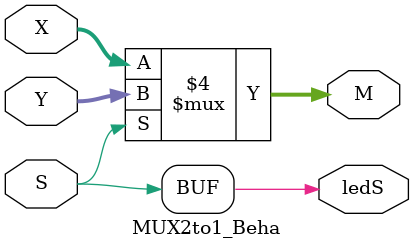
<source format=v>
module MUX2to1_Beha (X, Y, S, ledS, M);
	input [3:0] X;
	input [3:0] Y;
   input S;
	
	output ledS;
	output reg [3:0] M;
	
	assign ledS = S;
	
	always @ (S) begin
		if (S == 0)
			M = X;
		else
			M = Y;
	end
endmodule
</source>
